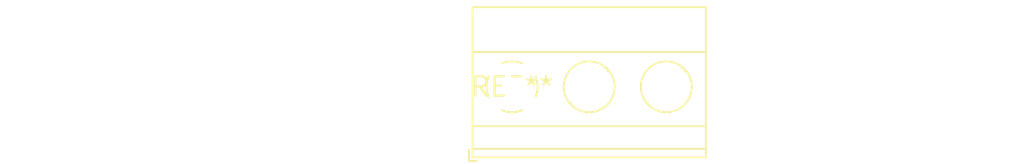
<source format=kicad_pcb>
(kicad_pcb (version 20240108) (generator pcbnew)
  (layers (0 "F.Cu" signal) (31 "B.Cu" signal) (34 "B.Paste" user) (35 "F.Paste" user) (36 "B.SilkS" user "B.Silkscreen") (37 "F.SilkS" user "F.Silkscreen") (38 "B.Mask" user) (39 "F.Mask" user) (44 "Edge.Cuts" user))
  (net 0 "")
  (footprint "TerminalBlock_Phoenix_MKDS-1,5-3-5.08_1x03_P5.08mm_Horizontal" (layer "F.Cu") (at 0 0)
    (property "Reference" "REF**")
    (property "Value" "TerminalBlock_Phoenix_MKDS-1,5-3-5.08_1x03_P5.08mm_Horizontal")
    (fp_line (start -2.84 4.16) (end -2.84 4.9) (layer "F.SilkS") (stroke (width 0.12)))
    (fp_line (start -2.84 4.9) (end -2.34 4.9) (layer "F.SilkS") (stroke (width 0.12)))
    (fp_line (start -2.6 -5.261) (end -2.6 4.66) (layer "F.SilkS") (stroke (width 0.12)))
    (fp_line (start -2.6 -5.261) (end 12.76 -5.261) (layer "F.SilkS") (stroke (width 0.12)))
    (fp_line (start -2.6 -2.301) (end 12.76 -2.301) (layer "F.SilkS") (stroke (width 0.12)))
    (fp_line (start -2.6 2.6) (end 12.76 2.6) (layer "F.SilkS") (stroke (width 0.12)))
    (fp_line (start -2.6 4.1) (end 12.76 4.1) (layer "F.SilkS") (stroke (width 0.12)))
    (fp_line (start -2.6 4.66) (end 12.76 4.66) (layer "F.SilkS") (stroke (width 0.12)))
    (fp_line (start 3.853 1.023) (end 3.806 1.069) (layer "F.SilkS") (stroke (width 0.12)))
    (fp_line (start 4.046 1.239) (end 4.011 1.274) (layer "F.SilkS") (stroke (width 0.12)))
    (fp_line (start 6.15 -1.275) (end 6.115 -1.239) (layer "F.SilkS") (stroke (width 0.12)))
    (fp_line (start 6.355 -1.069) (end 6.308 -1.023) (layer "F.SilkS") (stroke (width 0.12)))
    (fp_line (start 8.933 1.023) (end 8.886 1.069) (layer "F.SilkS") (stroke (width 0.12)))
    (fp_line (start 9.126 1.239) (end 9.091 1.274) (layer "F.SilkS") (stroke (width 0.12)))
    (fp_line (start 11.23 -1.275) (end 11.195 -1.239) (layer "F.SilkS") (stroke (width 0.12)))
    (fp_line (start 11.435 -1.069) (end 11.388 -1.023) (layer "F.SilkS") (stroke (width 0.12)))
    (fp_line (start 12.76 -5.261) (end 12.76 4.66) (layer "F.SilkS") (stroke (width 0.12)))
    (fp_arc (start -1.535427 0.683042) (mid -1.680501 -0.000524) (end -1.535 -0.684) (layer "F.SilkS") (stroke (width 0.12)))
    (fp_arc (start -0.683042 -1.535427) (mid 0.000524 -1.680501) (end 0.684 -1.535) (layer "F.SilkS") (stroke (width 0.12)))
    (fp_arc (start 0.028805 1.680253) (mid -0.335551 1.646659) (end -0.684 1.535) (layer "F.SilkS") (stroke (width 0.12)))
    (fp_arc (start 0.683318 1.534756) (mid 0.349292 1.643288) (end 0 1.68) (layer "F.SilkS") (stroke (width 0.12)))
    (fp_arc (start 1.535427 -0.683042) (mid 1.680501 0.000524) (end 1.535 0.684) (layer "F.SilkS") (stroke (width 0.12)))
    (fp_circle (center 5.08 0) (end 6.76 0) (layer "F.SilkS") (stroke (width 0.12)) (fill none))
    (fp_circle (center 10.16 0) (end 11.84 0) (layer "F.SilkS") (stroke (width 0.12)) (fill none))
    (pad "1" thru_hole rect (at 0 0) (size 2.6 2.6) (drill 1.3) (layers *.Cu *.Mask) (remove_unused_layers))
    (pad "2" thru_hole circle (at 5.08 0) (size 2.6 2.6) (drill 1.3) (layers *.Cu *.Mask) (remove_unused_layers))
    (pad "3" thru_hole circle (at 10.16 0) (size 2.6 2.6) (drill 1.3) (layers *.Cu *.Mask) (remove_unused_layers))
  )
)
</source>
